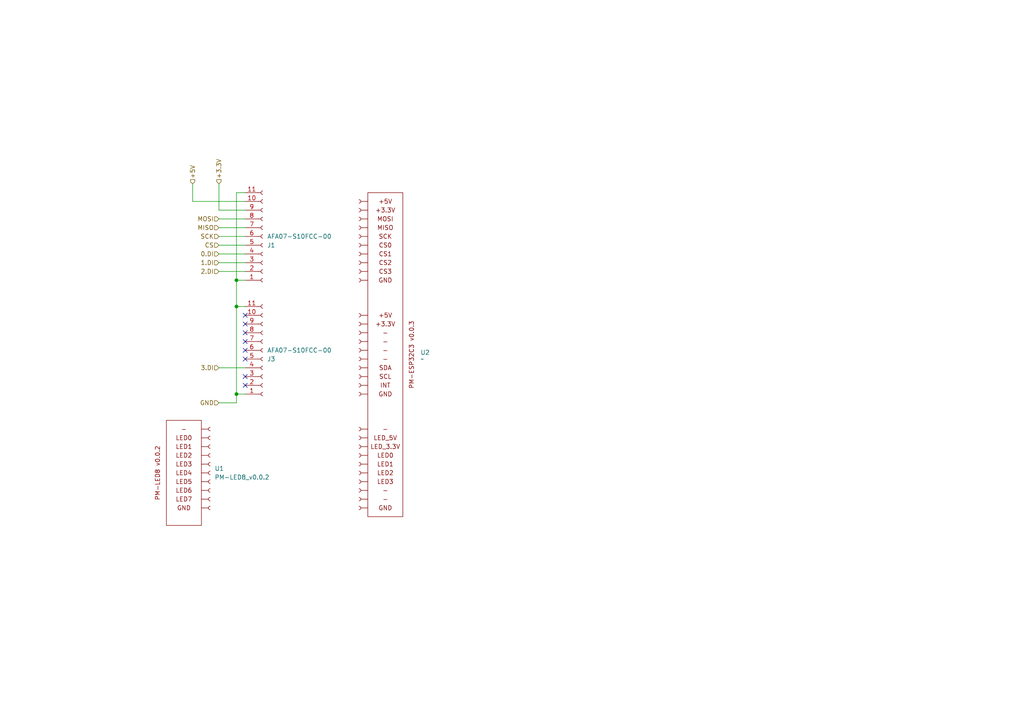
<source format=kicad_sch>
(kicad_sch (version 20231120) (generator "eeschema") (generator_version "8.0")
  (paper "A4")
  (lib_symbols
    (symbol "kicad_inventree_lib:AFA07-S10FCC-00" (pin_names (offset 1.016) hide)
      (property "Reference" "J" (at 0 12.7 0))
      (property "Value" "AFA07-S10FCC-00" (at 0 -20.32 0))
      (symbol "AFA07-S10FCC-00_1_1"
        (arc (start 0 -14.732) (mid -0.5058 -15.24) (end 0 -15.748) (stroke (width 0.1524)))
        (arc (start 0 -12.192) (mid -0.5058 -12.7) (end 0 -13.208) (stroke (width 0.1524)))
        (arc (start 0 -9.652) (mid -0.5058 -10.16) (end 0 -10.668) (stroke (width 0.1524)))
        (arc (start 0 -7.112) (mid -0.5058 -7.62) (end 0 -8.128) (stroke (width 0.1524)))
        (arc (start 0 -4.572) (mid -0.5058 -5.08) (end 0 -5.588) (stroke (width 0.1524)))
        (arc (start 0 -2.032) (mid -0.5058 -2.54) (end 0 -3.048) (stroke (width 0.1524)))
        (polyline (pts (xy -1.27 -15.24) (xy -0.508 -15.24)) (stroke (width 0.1524)))
        (polyline (pts (xy -1.27 -12.7) (xy -0.508 -12.7)) (stroke (width 0.1524)))
        (polyline (pts (xy -1.27 -10.16) (xy -0.508 -10.16)) (stroke (width 0.1524)))
        (polyline (pts (xy -1.27 -7.62) (xy -0.508 -7.62)) (stroke (width 0.1524)))
        (polyline (pts (xy -1.27 -5.08) (xy -0.508 -5.08)) (stroke (width 0.1524)))
        (polyline (pts (xy -1.27 -2.54) (xy -0.508 -2.54)) (stroke (width 0.1524)))
        (polyline (pts (xy -1.27 0) (xy -0.508 0)) (stroke (width 0.1524)))
        (polyline (pts (xy -1.27 2.54) (xy -0.508 2.54)) (stroke (width 0.1524)))
        (polyline (pts (xy -1.27 5.08) (xy -0.508 5.08)) (stroke (width 0.1524)))
        (polyline (pts (xy -1.27 7.62) (xy -0.508 7.62)) (stroke (width 0.1524)))
        (polyline (pts (xy -1.27 10.16) (xy -0.508 10.16)) (stroke (width 0.1524)))
        (arc (start 0 0.508) (mid -0.5058 0) (end 0 -0.508) (stroke (width 0.1524)))
        (arc (start 0 3.048) (mid -0.5058 2.54) (end 0 2.032) (stroke (width 0.1524)))
        (arc (start 0 5.588) (mid -0.5058 5.08) (end 0 4.572) (stroke (width 0.1524)))
        (arc (start 0 8.128) (mid -0.5058 7.62) (end 0 7.112) (stroke (width 0.1524)))
        (arc (start 0 10.668) (mid -0.5058 10.16) (end 0 9.652) (stroke (width 0.1524)))
        (pin passive line (at -5.08 10.16 0) (length 3.81) (name "Pin_1") (number "1"))
        (pin passive line (at -5.08 -12.7 0) (length 3.81) (name "Pin_10") (number "10"))
        (pin passive line (at -5.08 -15.24 0) (length 3.81) (name "Pin_11") (number "11"))
        (pin passive line (at -5.08 7.62 0) (length 3.81) (name "Pin_2") (number "2"))
        (pin passive line (at -5.08 5.08 0) (length 3.81) (name "Pin_3") (number "3"))
        (pin passive line (at -5.08 2.54 0) (length 3.81) (name "Pin_4") (number "4"))
        (pin passive line (at -5.08 0 0) (length 3.81) (name "Pin_5") (number "5"))
        (pin passive line (at -5.08 -2.54 0) (length 3.81) (name "Pin_6") (number "6"))
        (pin passive line (at -5.08 -5.08 0) (length 3.81) (name "Pin_7") (number "7"))
        (pin passive line (at -5.08 -7.62 0) (length 3.81) (name "Pin_8") (number "8"))
        (pin passive line (at -5.08 -10.16 0) (length 3.81) (name "Pin_9") (number "9"))
      )
    )
    (symbol "kicad_inventree_lib:PM-ESP32C3_v0.0.3"
      (property "Reference" "U" (at 10.16 -49.53 0))
      (symbol "PM-ESP32C3_v0.0.3_0_1"
        (rectangle (start -5.08 -2.54) (end 5.08 -96.52))
      )
      (symbol "PM-ESP32C3_v0.0.3_1_1"
        (arc (start -7.6178 -94.488) (mid -7.112 -93.98) (end -7.6178 -93.472) (stroke (width 0.1524)))
        (arc (start -7.6178 -91.948) (mid -7.112 -91.44) (end -7.6178 -90.932) (stroke (width 0.1524)))
        (arc (start -7.6178 -89.408) (mid -7.112 -88.9) (end -7.6178 -88.392) (stroke (width 0.1524)))
        (arc (start -7.6178 -86.868) (mid -7.112 -86.36) (end -7.6178 -85.852) (stroke (width 0.1524)))
        (arc (start -7.6178 -84.328) (mid -7.112 -83.82) (end -7.6178 -83.312) (stroke (width 0.1524)))
        (arc (start -7.6178 -81.788) (mid -7.112 -81.28) (end -7.6178 -80.772) (stroke (width 0.1524)))
        (arc (start -7.6178 -79.248) (mid -7.112 -78.74) (end -7.6178 -78.232) (stroke (width 0.1524)))
        (arc (start -7.6178 -76.708) (mid -7.112 -76.2) (end -7.6178 -75.692) (stroke (width 0.1524)))
        (arc (start -7.6178 -74.168) (mid -7.112 -73.66) (end -7.6178 -73.152) (stroke (width 0.1524)))
        (arc (start -7.6178 -71.628) (mid -7.112 -71.12) (end -7.6178 -70.612) (stroke (width 0.1524)))
        (arc (start -7.6178 -61.468) (mid -7.112 -60.96) (end -7.6178 -60.452) (stroke (width 0.1524)))
        (arc (start -7.6178 -58.928) (mid -7.112 -58.42) (end -7.6178 -57.912) (stroke (width 0.1524)))
        (arc (start -7.6178 -56.388) (mid -7.112 -55.88) (end -7.6178 -55.372) (stroke (width 0.1524)))
        (arc (start -7.6178 -53.848) (mid -7.112 -53.34) (end -7.6178 -52.832) (stroke (width 0.1524)))
        (arc (start -7.6178 -51.308) (mid -7.112 -50.8) (end -7.6178 -50.292) (stroke (width 0.1524)))
        (arc (start -7.6178 -48.768) (mid -7.112 -48.26) (end -7.6178 -47.752) (stroke (width 0.1524)))
        (arc (start -7.6178 -46.228) (mid -7.112 -45.72) (end -7.6178 -45.212) (stroke (width 0.1524)))
        (arc (start -7.6178 -43.688) (mid -7.112 -43.18) (end -7.6178 -42.672) (stroke (width 0.1524)))
        (arc (start -7.6178 -41.148) (mid -7.112 -40.64) (end -7.6178 -40.132) (stroke (width 0.1524)))
        (arc (start -7.6178 -38.608) (mid -7.112 -38.1) (end -7.6178 -37.592) (stroke (width 0.1524)))
        (arc (start -7.6178 -28.448) (mid -7.112 -27.94) (end -7.6178 -27.432) (stroke (width 0.1524)))
        (arc (start -7.6178 -25.908) (mid -7.112 -25.4) (end -7.6178 -24.892) (stroke (width 0.1524)))
        (arc (start -7.6178 -23.368) (mid -7.112 -22.86) (end -7.6178 -22.352) (stroke (width 0.1524)))
        (arc (start -7.6178 -20.828) (mid -7.112 -20.32) (end -7.6178 -19.812) (stroke (width 0.1524)))
        (arc (start -7.6178 -18.288) (mid -7.112 -17.78) (end -7.6178 -17.272) (stroke (width 0.1524)))
        (arc (start -7.6178 -15.748) (mid -7.112 -15.24) (end -7.6178 -14.732) (stroke (width 0.1524)))
        (arc (start -7.6178 -13.208) (mid -7.112 -12.7) (end -7.6178 -12.192) (stroke (width 0.1524)))
        (arc (start -7.6178 -10.668) (mid -7.112 -10.16) (end -7.6178 -9.652) (stroke (width 0.1524)))
        (arc (start -7.6178 -8.128) (mid -7.112 -7.62) (end -7.6178 -7.112) (stroke (width 0.1524)))
        (arc (start -7.6178 -5.588) (mid -7.112 -5.08) (end -7.6178 -4.572) (stroke (width 0.1524)))
        (polyline (pts (xy -5.08 -93.98) (xy -7.1098 -93.98)) (stroke (width 0.1524)))
        (polyline (pts (xy -5.08 -91.44) (xy -7.1098 -91.44)) (stroke (width 0.1524)))
        (polyline (pts (xy -5.08 -88.9) (xy -7.1098 -88.9)) (stroke (width 0.1524)))
        (polyline (pts (xy -5.08 -86.36) (xy -7.1098 -86.36)) (stroke (width 0.1524)))
        (polyline (pts (xy -5.08 -83.82) (xy -7.1098 -83.82)) (stroke (width 0.1524)))
        (polyline (pts (xy -5.08 -81.28) (xy -7.1098 -81.28)) (stroke (width 0.1524)))
        (polyline (pts (xy -5.08 -78.74) (xy -7.1098 -78.74)) (stroke (width 0.1524)))
        (polyline (pts (xy -5.08 -76.2) (xy -7.1098 -76.2)) (stroke (width 0.1524)))
        (polyline (pts (xy -5.08 -73.66) (xy -7.1098 -73.66)) (stroke (width 0.1524)))
        (polyline (pts (xy -5.08 -71.12) (xy -7.1098 -71.12)) (stroke (width 0.1524)))
        (polyline (pts (xy -5.08 -60.96) (xy -7.1098 -60.96)) (stroke (width 0.1524)))
        (polyline (pts (xy -5.08 -58.42) (xy -7.1098 -58.42)) (stroke (width 0.1524)))
        (polyline (pts (xy -5.08 -55.88) (xy -7.1098 -55.88)) (stroke (width 0.1524)))
        (polyline (pts (xy -5.08 -53.34) (xy -7.1098 -53.34)) (stroke (width 0.1524)))
        (polyline (pts (xy -5.08 -50.8) (xy -7.1098 -50.8)) (stroke (width 0.1524)))
        (polyline (pts (xy -5.08 -48.26) (xy -7.1098 -48.26)) (stroke (width 0.1524)))
        (polyline (pts (xy -5.08 -45.72) (xy -7.1098 -45.72)) (stroke (width 0.1524)))
        (polyline (pts (xy -5.08 -43.18) (xy -7.1098 -43.18)) (stroke (width 0.1524)))
        (polyline (pts (xy -5.08 -40.64) (xy -7.1098 -40.64)) (stroke (width 0.1524)))
        (polyline (pts (xy -5.08 -38.1) (xy -7.1098 -38.1)) (stroke (width 0.1524)))
        (polyline (pts (xy -5.08 -27.94) (xy -7.1098 -27.94)) (stroke (width 0.1524)))
        (polyline (pts (xy -5.08 -25.4) (xy -7.1098 -25.4)) (stroke (width 0.1524)))
        (polyline (pts (xy -5.08 -22.86) (xy -7.1098 -22.86)) (stroke (width 0.1524)))
        (polyline (pts (xy -5.08 -20.32) (xy -7.1098 -20.32)) (stroke (width 0.1524)))
        (polyline (pts (xy -5.08 -17.78) (xy -7.1098 -17.78)) (stroke (width 0.1524)))
        (polyline (pts (xy -5.08 -15.24) (xy -7.1098 -15.24)) (stroke (width 0.1524)))
        (polyline (pts (xy -5.08 -12.7) (xy -7.1098 -12.7)) (stroke (width 0.1524)))
        (polyline (pts (xy -5.08 -10.16) (xy -7.1098 -10.16)) (stroke (width 0.1524)))
        (polyline (pts (xy -5.08 -7.62) (xy -7.1098 -7.62)) (stroke (width 0.1524)))
        (polyline (pts (xy -5.08 -5.08) (xy -7.1098 -5.08)) (stroke (width 0.1524)))
        (text "+3.3V" (at 0 -40.64 0) (effects (font (size 1.27 1.27))))
        (text "+3.3V" (at 0 -7.62 0) (effects (font (size 1.27 1.27))))
        (text "+5V" (at 0 -38.1 0) (effects (font (size 1.27 1.27))))
        (text "+5V" (at 0 -5.08 0) (effects (font (size 1.27 1.27))))
        (text "-" (at 0 -91.44 0) (effects (font (size 1.27 1.27))))
        (text "-" (at 0 -88.9 0) (effects (font (size 1.27 1.27))))
        (text "-" (at 0 -71.12 0) (effects (font (size 1.27 1.27))))
        (text "-" (at 0 -50.8 0) (effects (font (size 1.27 1.27))))
        (text "-" (at 0 -48.26 0) (effects (font (size 1.27 1.27))))
        (text "-" (at 0 -45.72 0) (effects (font (size 1.27 1.27))))
        (text "-" (at 0 -43.18 0) (effects (font (size 1.27 1.27))))
        (text "CS0" (at 0 -17.78 0) (effects (font (size 1.27 1.27))))
        (text "CS1" (at 0 -20.32 0) (effects (font (size 1.27 1.27))))
        (text "CS2" (at 0 -22.86 0) (effects (font (size 1.27 1.27))))
        (text "CS3" (at 0 -25.4 0) (effects (font (size 1.27 1.27))))
        (text "GND" (at 0 -93.98 0) (effects (font (size 1.27 1.27))))
        (text "GND" (at 0 -60.96 0) (effects (font (size 1.27 1.27))))
        (text "GND" (at 0 -27.94 0) (effects (font (size 1.27 1.27))))
        (text "INT" (at 0 -58.42 0) (effects (font (size 1.27 1.27))))
        (text "LED0" (at 0 -78.74 0) (effects (font (size 1.27 1.27))))
        (text "LED1" (at 0 -81.28 0) (effects (font (size 1.27 1.27))))
        (text "LED2" (at 0 -83.82 0) (effects (font (size 1.27 1.27))))
        (text "LED3" (at 0 -86.36 0) (effects (font (size 1.27 1.27))))
        (text "LED_3.3V" (at 0 -76.2 0) (effects (font (size 1.27 1.27))))
        (text "LED_5V" (at 0 -73.66 0) (effects (font (size 1.27 1.27))))
        (text "MISO" (at 0 -12.7 0) (effects (font (size 1.27 1.27))))
        (text "MOSI" (at 0 -10.16 0) (effects (font (size 1.27 1.27))))
        (text "PM-ESP32C3 v0.0.3" (at 7.62 -49.53 900) (effects (font (size 1.27 1.27))))
        (text "SCK" (at 0 -15.24 0) (effects (font (size 1.27 1.27))))
        (text "SCL" (at 0 -55.88 0) (effects (font (size 1.27 1.27))))
        (text "SDA" (at 0 -53.34 0) (effects (font (size 1.27 1.27))))
      )
    )
    (symbol "kicad_inventree_lib:PM-LED8_v0.0.2"
      (property "Reference" "U" (at 0 2.54 0))
      (property "Value" "PM-LED8_v0.0.2" (at 0 0 0))
      (symbol "PM-LED8_v0.0.2_0_1"
        (rectangle (start -5.08 -2.54) (end 5.08 -33.02))
      )
      (symbol "PM-LED8_v0.0.2_1_1"
        (polyline (pts (xy 5.08 -27.94) (xy 7.1098 -27.94)) (stroke (width 0.1524)))
        (polyline (pts (xy 5.08 -25.4) (xy 7.1098 -25.4)) (stroke (width 0.1524)))
        (polyline (pts (xy 5.08 -22.86) (xy 7.1098 -22.86)) (stroke (width 0.1524)))
        (polyline (pts (xy 5.08 -20.32) (xy 7.1098 -20.32)) (stroke (width 0.1524)))
        (polyline (pts (xy 5.08 -17.78) (xy 7.1098 -17.78)) (stroke (width 0.1524)))
        (polyline (pts (xy 5.08 -15.24) (xy 7.1098 -15.24)) (stroke (width 0.1524)))
        (polyline (pts (xy 5.08 -12.7) (xy 7.1098 -12.7)) (stroke (width 0.1524)))
        (polyline (pts (xy 5.08 -10.16) (xy 7.1098 -10.16)) (stroke (width 0.1524)))
        (polyline (pts (xy 5.08 -7.62) (xy 7.1098 -7.62)) (stroke (width 0.1524)))
        (polyline (pts (xy 5.08 -5.08) (xy 7.1098 -5.08)) (stroke (width 0.1524)))
        (arc (start 7.6178 -27.432) (mid 7.112 -27.94) (end 7.6178 -28.448) (stroke (width 0.1524)))
        (arc (start 7.6178 -24.892) (mid 7.112 -25.4) (end 7.6178 -25.908) (stroke (width 0.1524)))
        (arc (start 7.6178 -22.352) (mid 7.112 -22.86) (end 7.6178 -23.368) (stroke (width 0.1524)))
        (arc (start 7.6178 -19.812) (mid 7.112 -20.32) (end 7.6178 -20.828) (stroke (width 0.1524)))
        (arc (start 7.6178 -17.272) (mid 7.112 -17.78) (end 7.6178 -18.288) (stroke (width 0.1524)))
        (arc (start 7.6178 -14.732) (mid 7.112 -15.24) (end 7.6178 -15.748) (stroke (width 0.1524)))
        (arc (start 7.6178 -12.192) (mid 7.112 -12.7) (end 7.6178 -13.208) (stroke (width 0.1524)))
        (arc (start 7.6178 -9.652) (mid 7.112 -10.16) (end 7.6178 -10.668) (stroke (width 0.1524)))
        (arc (start 7.6178 -7.112) (mid 7.112 -7.62) (end 7.6178 -8.128) (stroke (width 0.1524)))
        (arc (start 7.6178 -4.572) (mid 7.112 -5.08) (end 7.6178 -5.588) (stroke (width 0.1524)))
        (text "-" (at 0 -5.08 0) (effects (font (size 1.27 1.27))))
        (text "GND" (at 0 -27.94 0) (effects (font (size 1.27 1.27))))
        (text "LED0" (at 0 -7.62 0) (effects (font (size 1.27 1.27))))
        (text "LED1" (at 0 -10.16 0) (effects (font (size 1.27 1.27))))
        (text "LED2" (at 0 -12.7 0) (effects (font (size 1.27 1.27))))
        (text "LED3" (at 0 -15.24 0) (effects (font (size 1.27 1.27))))
        (text "LED4" (at 0 -17.78 0) (effects (font (size 1.27 1.27))))
        (text "LED5" (at 0 -20.32 0) (effects (font (size 1.27 1.27))))
        (text "LED6" (at 0 -22.86 0) (effects (font (size 1.27 1.27))))
        (text "LED7" (at 0 -25.4 0) (effects (font (size 1.27 1.27))))
        (text "PM-LED8 v0.0.2" (at -7.62 -17.78 900) (effects (font (size 1.27 1.27))))
      )
    )
  )
  (junction (at 68.58 81.28))
  (junction (at 68.58 88.9))
  (junction (at 68.58 114.3))
  (no_connect (at 71.12 111.76))
  (no_connect (at 71.12 99.06))
  (no_connect (at 71.12 104.14))
  (no_connect (at 71.12 93.98))
  (no_connect (at 71.12 91.44))
  (no_connect (at 71.12 109.22))
  (no_connect (at 71.12 101.6))
  (no_connect (at 71.12 96.52))
  (wire (pts (xy 71.12 55.88) (xy 68.58 55.88)))
  (wire (pts (xy 68.58 81.28) (xy 68.58 88.9)))
  (wire (pts (xy 71.12 81.28) (xy 68.58 81.28)))
  (wire (pts (xy 63.5 68.58) (xy 71.12 68.58)))
  (wire (pts (xy 63.5 66.04) (xy 71.12 66.04)))
  (wire (pts (xy 68.58 114.3) (xy 71.12 114.3)))
  (wire (pts (xy 63.5 60.96) (xy 71.12 60.96)))
  (wire (pts (xy 63.5 78.74) (xy 71.12 78.74)))
  (wire (pts (xy 63.5 73.66) (xy 71.12 73.66)))
  (wire (pts (xy 63.5 116.84) (xy 68.58 116.84)))
  (wire (pts (xy 68.58 88.9) (xy 68.58 114.3)))
  (wire (pts (xy 68.58 55.88) (xy 68.58 81.28)))
  (wire (pts (xy 55.88 58.42) (xy 71.12 58.42)))
  (wire (pts (xy 63.5 53.34) (xy 63.5 60.96)))
  (wire (pts (xy 68.58 88.9) (xy 71.12 88.9)))
  (wire (pts (xy 63.5 63.5) (xy 71.12 63.5)))
  (wire (pts (xy 63.5 106.68) (xy 71.12 106.68)))
  (wire (pts (xy 63.5 71.12) (xy 71.12 71.12)))
  (wire (pts (xy 68.58 114.3) (xy 68.58 116.84)))
  (wire (pts (xy 55.88 53.34) (xy 55.88 58.42)))
  (wire (pts (xy 63.5 76.2) (xy 71.12 76.2)))
  (hierarchical_label "+3.3V" (shape input) (at 63.5 53.34 90))
  (hierarchical_label "MOSI" (shape input) (at 63.5 63.5 180))
  (hierarchical_label "1.DI" (shape input) (at 63.5 76.2 180))
  (hierarchical_label "2.DI" (shape input) (at 63.5 78.74 180))
  (hierarchical_label "MISO" (shape input) (at 63.5 66.04 180))
  (hierarchical_label "SCK" (shape input) (at 63.5 68.58 180))
  (hierarchical_label "3.DI" (shape input) (at 63.5 106.68 180))
  (hierarchical_label "0.DI" (shape input) (at 63.5 73.66 180))
  (hierarchical_label "GND" (shape input) (at 63.5 116.84 180))
  (hierarchical_label "+5V" (shape input) (at 55.88 53.34 90))
  (hierarchical_label "CS" (shape input) (at 63.5 71.12 180))
  (symbol (lib_id "kicad_inventree_lib:AFA07-S10FCC-00") (at 76.2 71.12 0) (mirror x) (unit 1)
    (property "Reference" "J1" (at 77.47 71.1201 0) (effects (justify left)))
    (property "Value" "AFA07-S10FCC-00" (at 77.47 68.5801 0) (effects (justify left)))
    (property "Footprint" "kicad_inventree_lib:CONN10_AFA07-S10_JUS" (effects (hide yes)))
    (property "Datasheet" "http://inventree.network/part/170/" (effects (hide yes)))
    (property "Description" "Generic connector, single row, 01x10, script generated" (effects (hide yes)))
    (property "part_ipn" "AFA07-S10FCC-00" (effects (hide yes)))
  )
  (symbol (lib_id "kicad_inventree_lib:PM-LED8_v0.0.2") (at 53.34 119.38 0) (unit 1)
    (property "Reference" "U1" (at 62.23 135.8899 0) (effects (justify left)))
    (property "Value" "PM-LED8_v0.0.2" (at 62.23 138.4299 0) (effects (justify left)))
    (property "Footprint" "kicad_inventree_lib:PM-LED_v0.0.2" (effects (hide yes)))
    (property "part_ipn" "PM-LED8_v0.0.1" (effects (hide yes)))
  )
  (symbol (lib_id "kicad_inventree_lib:AFA07-S10FCC-00") (at 76.2 104.14 0) (mirror x) (unit 1)
    (property "Reference" "J3" (at 77.47 104.1401 0) (effects (justify left)))
    (property "Value" "AFA07-S10FCC-00" (at 77.47 101.6001 0) (effects (justify left)))
    (property "Footprint" "kicad_inventree_lib:CONN10_AFA07-S10_JUS" (effects (hide yes)))
    (property "Datasheet" "http://inventree.network/part/170/" (effects (hide yes)))
    (property "Description" "Generic connector, single row, 01x10, script generated" (effects (hide yes)))
    (property "part_ipn" "AFA07-S10FCC-00" (effects (hide yes)))
  )
  (symbol (lib_id "kicad_inventree_lib:PM-ESP32C3_v0.0.3") (at 111.76 53.34 0) (unit 1)
    (property "Reference" "U2" (at 121.92 102.2349 0) (effects (justify left)))
    (property "Value" "~" (at 121.92 104.14 0) (effects (justify left)))
    (property "Footprint" "kicad_inventree_lib:PM-ESP32C3_v0.0.3" (effects (hide yes)))
    (property "part_ipn" "PM-ESP32C3_v0.0.3" (effects (hide yes)))
  )
)
</source>
